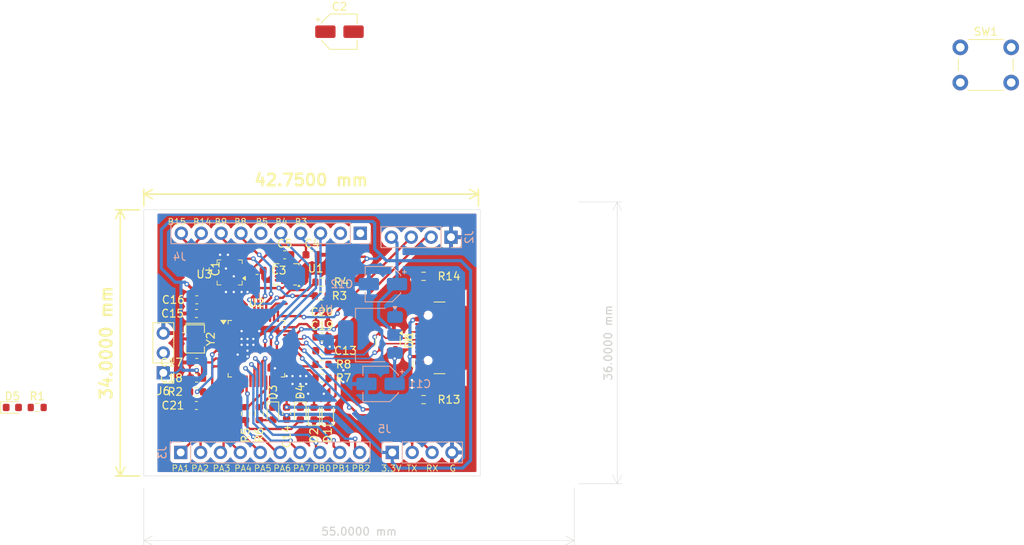
<source format=kicad_pcb>
(kicad_pcb (version 20240108) (generator "pcbnew") (generator_version "8.0")
  (layers (0 "F.Cu" signal) (31 "B.Cu" signal) (34 "B.Paste" user) (35 "F.Paste" user) (36 "B.SilkS" user "B.Silkscreen") (37 "F.SilkS" user "F.Silkscreen") (38 "B.Mask" user) (39 "F.Mask" user) (44 "Edge.Cuts" user))
  (net 0 "")
  (net 1 "Net-(U3-SETC)")
  (net 2 "Net-(U3-SETP)")
  (net 3 "Net-(U3-C1)")
  (net 4 "GND")
  (net 5 "+3.3V")
  (net 6 "+5V")
  (net 7 "/NRST")
  (net 8 "Net-(D1-A)")
  (net 9 "Net-(D2-A)")
  (net 10 "Net-(D3-A)")
  (net 11 "Net-(D4-A)")
  (net 12 "Net-(D5-A)")
  (net 13 "/SWLCK")
  (net 14 "/SWDIO")
  (net 15 "/PA6")
  (net 16 "/PA7")
  (net 17 "/PA5")
  (net 18 "/PA2")
  (net 20 "/PA4")
  (net 21 "/PA3")
  (net 22 "/PA8")
  (net 23 "/PA1")
  (net 25 "/PB14")
  (net 26 "/PB0")
  (net 27 "/PB15")
  (net 28 "/PB4")
  (net 29 "/PB5")
  (net 30 "/PB9")
  (net 31 "/PB2")
  (net 32 "/PB1")
  (net 33 "/PB3")
  (net 34 "/PB8")
  (net 35 "/USART1_RX")
  (net 36 "/USART1_TX")
  (net 37 "Net-(J6-Pin_2)")
  (net 38 "/SCL")
  (net 39 "/SDA")
  (net 40 "Net-(U2-PB10)")
  (net 41 "Net-(U2-PB11)")
  (net 42 "Net-(U2-PB12)")
  (net 43 "Net-(U2-PB13)")
  (net 44 "/PA11")
  (net 45 "/PA12")
  (net 46 "Net-(J1-CC1)")
  (net 47 "Net-(J1-CC2)")
  (net 56 "Net-(U2-PF0)")
  (net 57 "Net-(U2-PF1)")
  (net 61 "/PA15")
  (footprint "LED_SMD:LED_0603_1608Metric" (layer "F.Cu") (at 88.2125 86.25)
    (property "Reference" "D5")
    (property "Value" "RED")
  )
  (footprint "Resistor_SMD:R_0603_1608Metric" (layer "F.Cu") (at 91.3875 86.25)
    (property "Reference" "R1")
    (property "Value" "5k1")
  )
  (footprint "Resistor_SMD:R_0603_1608Metric" (layer "F.Cu") (at 127.775 82.5)
    (property "Reference" "R7")
    (property "Value" "5k1")
  )
  (footprint "Capacitor_SMD:C_0603_1608Metric" (layer "F.Cu") (at 127.775 75.5)
    (property "Reference" "C20")
    (property "Value" "4.7uf")
  )
  (footprint "Capacitor_SMD:C_0603_1608Metric" (layer "F.Cu") (at 126.5 66.75)
    (property "Reference" "C4")
    (property "Value" "0.1uf")
  )
  (footprint "Capacitor_SMD:CP_Elec_4x4.5" (layer "F.Cu") (at 130 38.25)
    (property "Reference" "C2")
    (property "Value" "4.7uF")
  )
  (footprint "Resistor_SMD:R_0603_1608Metric" (layer "F.Cu") (at 140.745 69.5)
    (property "Reference" "R14")
    (property "Value" "5.1k")
  )
  (footprint "Capacitor_SMD:C_0603_1608Metric" (layer "F.Cu") (at 111.75 82.5 180)
    (property "Reference" "C18")
    (property "Value" "1uf")
  )
  (footprint "Resistor_SMD:R_0603_1608Metric" (layer "F.Cu") (at 127.775 80.75)
    (property "Reference" "R8")
    (property "Value" "5k1")
  )
  (footprint "Resistor_SMD:R_0603_1608Metric" (layer "F.Cu") (at 118 87.0375 -90)
    (property "Reference" "R5")
    (property "Value" "5k1")
  )
  (footprint "Resistor_SMD:R_0603_1608Metric" (layer "F.Cu") (at 140.745 85.25)
    (property "Reference" "R13")
    (property "Value" "5.1k")
  )
  (footprint "Capacitor_SMD:C_0603_1608Metric" (layer "F.Cu") (at 111.725 86 180)
    (property "Reference" "C21")
    (property "Value" "1uf")
  )
  (footprint "Package_QFP:LQFP-48_7x7mm_P0.5mm" (layer "F.Cu") (at 119.3875 78.75)
    (property "Reference" "U2")
    (property "Value" "STM32F072C8Tx")
  )
  (footprint "Capacitor_SMD:C_0603_1608Metric" (layer "F.Cu") (at 111.725 74.25 180)
    (property "Reference" "C15")
    (property "Value" "0.1uf")
  )
  (footprint "Package_LGA:LGA-14_3x2.5mm_P0.5mm_LayoutBorder3x4y" (layer "F.Cu") (at 123.2125 69.25 180)
    (property "Reference" "U1")
    (property "Value" "LSM6DS3")
  )
  (footprint "Package_TO_SOT_SMD:SOT-143" (layer "F.Cu") (at 136.195 77.75 -90)
    (property "Reference" "D6")
    (property "Value" "PRTR5V0U2X")
  )
  (footprint "Connector_USB:USB_C_Receptacle_GCT_USB4110" (layer "F.Cu") (at 143.925 77.36 90)
    (property "Reference" "J1")
    (property "Value" "USB_C_Receptacle_USB2.0_16P")
  )
  (footprint "Capacitor_SMD:C_0603_1608Metric" (layer "F.Cu") (at 127.75 79)
    (property "Reference" "C13")
    (property "Value" "0.1uf")
  )
  (footprint "LED_SMD:LED_0603_1608Metric" (layer "F.Cu") (at 121.5 87.0375 -90)
    (property "Reference" "D3")
    (property "Value" "LED")
  )
  (footprint "Resistor_SMD:R_0603_1608Metric" (layer "F.Cu") (at 127.675 72)
    (property "Reference" "R3")
    (property "Value" "10K")
  )
  (footprint "Capacitor_SMD:C_0402_1005Metric" (layer "F.Cu") (at 113 68.52 -90)
    (property "Reference" "C1")
    (property "Value" "0.22uF")
  )
  (footprint "Capacitor_SMD:C_0603_1608Metric" (layer "F.Cu") (at 119.475 68.75)
    (property "Reference" "C3")
    (property "Value" "0.1uf")
  )
  (footprint "Resistor_SMD:R_0603_1608Metric" (layer "F.Cu") (at 127.75 70.25)
    (property "Reference" "R4")
    (property "Value" "10K")
  )
  (footprint "Connector_PinHeader_2.54mm:PinHeader_1x03_P2.54mm_Vertical" (layer "F.Cu") (at 107.5 81.83 180)
    (property "Reference" "J6")
    (property "Value" "DFU")
  )
  (footprint "Capacitor_SMD:C_0603_1608Metric" (layer "F.Cu") (at 111.775 80.5 180)
    (property "Reference" "C17")
    (property "Value" "10nf")
  )
  (footprint "Package_LGA:LGA-16_3x3mm_P0.5mm" (layer "F.Cu") (at 115.975 69 180)
    (property "Reference" "U3")
    (property "Value" "HMC5883L")
  )
  (footprint "Capacitor_SMD:C_0603_1608Metric" (layer "F.Cu") (at 123.25 87 -90)
    (property "Reference" "C14")
    (property "Value" "0.1uf")
  )
  (footprint "Capacitor_SMD:C_0603_1608Metric" (layer "F.Cu") (at 127.775 77.25)
    (property "Reference" "C19")
    (property "Value" "0.1uf")
  )
  (footprint "Capacitor_SMD:C_0603_1608Metric" (layer "F.Cu") (at 111.775 72.5 180)
    (property "Reference" "C16")
    (property "Value" "4.7uf")
  )
  (footprint "Resistor_SMD:R_0603_1608Metric" (layer "F.Cu") (at 119.75 87.0375 -90)
    (property "Reference" "R6")
    (property "Value" "5k1")
  )
  (footprint "LED_SMD:LED_0603_1608Metric" (layer "F.Cu") (at 126.75 87.0375 90)
    (property "Reference" "D2")
    (property "Value" "LED")
  )
  (footprint "Crystal:Resonator_SMD_Murata_CSTxExxV-3Pin_3.0x1.1mm" (layer "F.Cu") (at 111.55 77.5 -90)
    (property "Reference" "Y2")
    (property "Value" "8MhZ")
  )
  (footprint "LED_SMD:LED_0603_1608Metric" (layer "F.Cu") (at 128.5 87.0375 90)
    (property "Reference" "D1")
    (property "Value" "LED")
  )
  (footprint "Capacitor_SMD:C_0603_1608Metric" (layer "F.Cu") (at 123 66.75)
    (property "Reference" "C5")
    (property "Value" "0.1uf")
  )
  (footprint "Resistor_SMD:R_0603_1608Metric" (layer "F.Cu") (at 111.75 84.25 180)
    (property "Reference" "R2")
    (property "Value" "5k1")
  )
  (footprint "LED_SMD:LED_0603_1608Metric" (layer "F.Cu") (at 125 87.0375 -90)
    (property "Reference" "D4")
    (property "Value" "LED")
  )
  (footprint "Button_Switch_THT:SW_PUSH_6mm" (layer "F.Cu") (at 209.31 40.25)
    (property "Reference" "SW1")
    (property "Value" "SW_MEC_5E")
  )
  (footprint "Connector_PinHeader_2.54mm:PinHeader_1x04_P2.54mm_Vertical" (layer "B.Cu") (at 136.75 92 -90)
    (property "Reference" "J5")
    (property "Value" "USART1")
  )
  (footprint "Package_TO_SOT_SMD:SOT-223" (layer "B.Cu") (at 133.95 77 180)
    (property "Reference" "U4")
    (property "Value" "TLV1117-33IDCYR")
  )
  (footprint "Connector_PinHeader_2.54mm:PinHeader_1x10_P2.54mm_Vertical" (layer "B.Cu") (at 109.72 92 -90)
    (property "Reference" "J3")
    (property "Value" "PIN_HEADER1")
  )
  (footprint "Capacitor_SMD:CP_Elec_4x5.4" (layer "B.Cu") (at 135.55 70.5 180)
    (property "Reference" "C12")
    (property "Value" "22uF,50v")
  )
  (footprint "Capacitor_SMD:CP_Elec_4x5.4" (layer "B.Cu") (at 135.25 83.25 180)
    (property "Reference" "C11")
    (property "Value" "10uF,50v")
  )
  (footprint "Connector_PinHeader_2.54mm:PinHeader_1x10_P2.54mm_Vertical" (layer "B.Cu") (at 132.66 64 90)
    (property "Reference" "J4")
    (property "Value" "PIN_HEADER2")
  )
  (footprint "Connector_PinHeader_2.54mm:PinHeader_1x04_P2.54mm_Vertical" (layer "B.Cu") (at 144.25 64.5 90)
    (property "Reference" "J2")
    (property "Value" "DEBUGGER")
  )
  (gr_line (start 115.25 79.5) (end 117 79.5) (stroke (width 0.2)) (layer "F.Cu") (net 4))
  (gr_line (start 148 95) (end 148 61) (stroke (width 0.05)) (layer "Edge.Cuts"))
  (gr_line (start 105 95) (end 148 95) (stroke (width 0.05)) (layer "Edge.Cuts"))
  (gr_line (start 148 61) (end 105 61) (stroke (width 0.05)) (layer "Edge.Cuts"))
  (gr_line (start 105 61) (end 105 95) (stroke (width 0.05)) (layer "Edge.Cuts"))
  (gr_text "G\n" (at 144 94.5 0) (layer "F.SilkS") (effects (font (size 0.8 0.8) (thickness 0.1)) (justify left bottom)))
  (gr_text "PA2" (at 111 94.5 0) (layer "F.SilkS") (effects (font (size 0.8 0.8) (thickness 0.1)) (justify left bottom)))
  (gr_text "B8\n" (at 116.5 63 0) (layer "F.SilkS") (effects (font (size 0.8 0.8) (thickness 0.1)) (justify left bottom)))
  (gr_text "PA5" (at 119 94.5 0) (layer "F.SilkS") (effects (font (size 0.8 0.8) (thickness 0.1)) (justify left bottom)))
  (gr_text "PA4" (at 116.5 94.5 0) (layer "F.SilkS") (effects (font (size 0.8 0.8) (thickness 0.1)) (justify left bottom)))
  (gr_text "RX" (at 141 94.5 0) (layer "F.SilkS") (effects (font (size 0.8 0.8) (thickness 0.1)) (justify left bottom)))
  (gr_text "B14\n" (at 111.25 63 0) (layer "F.SilkS") (effects (font (size 0.8 0.8) (thickness 0.1)) (justify left bottom)))
  (gr_text "TX" (at 138.5 94.5 0) (layer "F.SilkS") (effects (font (size 0.8 0.8) (thickness 0.1)) (justify left bottom)))
  (gr_text "B9\n" (at 114 63 0) (layer "F.SilkS") (effects (font (size 0.8 0.8) (thickness 0.1)) (justify left bottom)))
  (gr_text "PA3" (at 113.75 94.5 0) (layer "F.SilkS") (effects (font (size 0.8 0.8) (thickness 0.1)) (justify left bottom)))
  (gr_text "B3\n" (at 124.25 63 0) (layer "F.SilkS") (effects (font (size 0.8 0.8) (thickness 0.1)) (justify left bottom)))
  (gr_text "B15\n" (at 108 63 0) (layer "F.SilkS") (effects (font (size 0.8 0.8) (thickness 0.1)) (justify left bottom)))
  (gr_text "PB0\n" (at 126.5 94.5 0) (layer "F.SilkS") (effects (font (size 0.8 0.8) (thickness 0.1)) (justify left bottom)))
  (gr_text "PA7" (at 124 94.5 0) (layer "F.SilkS") (effects (font (size 0.8 0.8) (thickness 0.1)) (justify left bottom)))
  (gr_text "B4\n" (at 121.75 63 0) (layer "F.SilkS") (effects (font (size 0.8 0.8) (thickness 0.1)) (justify left bottom)))
  (gr_text "PA1" (at 108.5 94.5 0) (layer "F.SilkS") (effects (font (size 0.8 0.8) (thickness 0.1)) (justify left bottom)))
  (gr_text "PB1" (at 129 94.5 0) (layer "F.SilkS") (effects (font (size 0.8 0.8) (thickness 0.1)) (justify left bottom)))
  (gr_text "PB2" (at 131.5 94.5 0) (layer "F.SilkS") (effects (font (size 0.8 0.8) (thickness 0.1)) (justify left bottom)))
  (gr_text "3.3V" (at 135.25 94.5 0) (layer "F.SilkS") (effects (font (size 0.8 0.8) (thickness 0.1)) (justify left bottom)))
  (gr_text "B5\n" (at 119.25 63 0) (layer "F.SilkS") (effects (font (size 0.8 0.8) (thickness 0.1)) (justify left bottom)))
  (gr_text "PA6\n" (at 121.5 94.5 0) (layer "F.SilkS") (effects (font (size 0.8 0.8) (thickness 0.1)) (justify left bottom)))
  (dimension (type aligned) (layer "F.SilkS") (pts (xy 105 61) (xy 105 95)) (height 3) (gr_text "34.0000 mm" (at 100.2 78 90) (layer "F.SilkS") (effects (font (size 1.5 1.5) (thickness 0.3)))) (format (prefix "") (suffix "") (units 3) (units_format 1) (precision 4)) (style (thickness 0.2) (arrow_length 1.27) (text_position_mode 0) (extension_height 0.58642) (extension_offset 0.5) keep_text_aligned))
  (dimension (type aligned) (layer "F.SilkS") (pts (xy 105 61) (xy 147.75 61)) (height -2) (gr_text "42.7500 mm" (at 126.375 57.2 0) (layer "F.SilkS") (effects (font (size 1.5 1.5) (thickness 0.3)))) (format (prefix "") (suffix "") (units 3) (units_format 1) (precision 4)) (style (thickness 0.2) (arrow_length 1.27) (text_position_mode 0) (extension_height 0.58642) (extension_offset 0.5) keep_text_aligned))
  (dimension (type aligned) (layer "Edge.Cuts") (pts (xy 160 96) (xy 160 60)) (height 5.480346) (gr_text "36.0000 mm" (at 164.330346 78 90) (layer "Edge.Cuts") (effects (font (size 1 1) (thickness 0.15)))) (format (prefix "") (suffix "") (units 3) (units_format 1) (precision 4)) (style (thickness 0.05) (arrow_length 1.27) (text_position_mode 0) (extension_height 0.58642) (extension_offset 0.5) keep_text_aligned))
  (dimension (type aligned) (layer "Edge.Cuts") (pts (xy 105 96) (xy 160 96)) (height 7.25) (gr_text "55.0000 mm" (at 132.5 102.1 0) (layer "Edge.Cuts") (effects (font (size 1 1) (thickness 0.15)))) (format (prefix "") (suffix "") (units 3) (units_format 1) (precision 4)) (style (thickness 0.05) (arrow_length 1.27) (text_position_mode 0) (extension_height 0.58642) (extension_offset 0.5) keep_text_aligned))
  (segment (start 140.245 80.56) (end 140.245 81.895) (width 0.4) (layer "F.Cu") (net 4))
  (segment (start 114.7 68.25) (end 115.25 68.25) (width 0.2) (layer "F.Cu") (net 4))
  (segment (start 121.5 86.25) (end 121.5 85.25) (width 0.3) (layer "F.Cu") (net 4))
  (segment (start 121.6375 82.9125) (end 121.6375 81.3625) (width 0.3) (layer "F.Cu") (net 4))
  (segment (start 123.55 76.5) (end 119.75 76.5) (width 0.3) (layer "F.Cu") (net 4))
  (segment (start 121.5 85.25) (end 122 84.75) (width 0.3) (layer "F.Cu") (net 4))
  (segment (start 121.75 81.25) (end 121.6375 81.3625) (width 0.3) (layer "F.Cu") (net 4))
  (segment (start 114.7 69.25) (end 115.175 69.25) (width 0.2) (layer "F.Cu") (net 4))
  (segment (start 123.2125 67.3375) (end 123.8 66.75) (width 0.2) (layer "F.Cu") (net 4))
  (segment (start 140.245 81.895) (end 140.82 82.47) (width 0.4) (layer "F.Cu") (net 4))
  (segment (start 115.5 68.925) (end 115.5 68.5) (width 0.2) (layer "F.Cu") (net 4))
  (segment (start 115.175 69.25) (end 115.5 68.925) (width 0.2) (layer "F.Cu") (net 4))
  (segment (start 115.25 68.25) (end 115.5 68.5) (width 0.2) (layer "F.Cu") (net 4))
  (segment (start 125 86.25) (end 125 84.75) (width 0.3) (layer "F.Cu") (net 4))
  (segment (start 123.2125 68.3375) (end 123.2125 67.3375) (width 0.2) (layer "F.Cu") (net 4))
  (segment (start 117.1375 74.5875) (end 117.1375 76.1375) (width 0.3) (layer "F.Cu") (net 4))
  (segment (start 117.1375 76.1375) (end 117.5 76.5) (width 0.3) (layer "F.Cu") (net 4))
  (via (at 116.5 71.5) (size 0.6) (drill 0.3) (layers "F.Cu" "B.Cu") (net 4))
  (via (at 117.5 78.25) (size 0.6) (drill 0.3) (layers "F.Cu" "B.Cu") (net 4))
  (via (at 117.5 71.5) (size 0.6) (drill 0.3) (layers "F.Cu" "B.Cu") (net 4))
  (via (at 130.5 83) (size 0.6) (drill 0.3) (layers "F.Cu" "B.Cu") (net 4))
  (via (at 139.25 82.75) (size 0.6) (drill 0.3) (layers "F.Cu" "B.Cu") (net 4))
  (via (at 125.75 82.25) (size 0.6) (drill 0.3) (layers "F.Cu" "B.Cu") (net 4))
  (via (at 118.25 79.75) (size 0.6) (drill 0.3) (layers "F.Cu" "B.Cu") (net 4))
  (via (at 124 83.25) (size 0.6) (drill 0.3) (layers "F.Cu" "B.Cu") (net 4))
  (via (at 125 83.25) (size 0.6) (drill 0.3) (layers "F.Cu" "B.Cu") (net 4))
  (via (at 115.75 66.75) (size 0.6) (drill 0.3) (layers "F.Cu" "B.Cu") (net 4))
  (via (at 130.5 81.5) (size 0.6) (drill 0.3) (layers "F.Cu" "B.Cu") (net 4))
  (via (at 139.25 83.75) (size 0.6) (drill 0.3) (layers "F.Cu" "B.Cu") (net 4))
  (via (at 128 84.5) (size 0.6) (drill 0.3) (layers "F.Cu" "B.Cu") (net 4))
  (via (at 125 84.75) (size 0.6) (drill 0.3) (layers "F.Cu" "B.Cu") (net 4))
  (via (at 118.25 78.25) (size 0.6) (drill 0.3) (layers "F.Cu" "B.Cu") (net 4))
  (via (at 115.5 68.5) (size 0.6) (drill 0.3) (layers "F.Cu" "B.Cu") (net 4))
  (via (at 118.25 79) (size 0.6) (drill 0.3) (layers "F.Cu" "B.Cu") (net 4))
  (via (at 124 82.25) (size 0.6) (drill 0.3) (layers "F.Cu" "B.Cu") (net 4))
  (via (at 119 77.5) (size 0.6) (drill 0.3) (layers "F.Cu" "B.Cu") (net 4))
  (via (at 125.75 83.25) (size 0.6) (drill 0.3) (layers "F.Cu" "B.Cu") (net 4))
  (via (at 117.5 77.5) (size 0.6) (drill 0.3) (layers "F.Cu" "B.Cu") (net 4))
  (via (at 128.75 78.5) (size 0.6) (drill 0.3) (layers "F.Cu" "B.Cu") (net 4))
  (via (at 115.5 71.5) (size 0.6) (drill 0.3) (layers "F.Cu" "B.Cu") (net 4))
  (via (at 117.5 76.5) (size 0.6) (drill 0.3) (layers "F.Cu" "B.Cu") (net 4))
  (via (at 114.75 66.75) (size 0.6) (drill 0.3) (layers "F.Cu" "B.Cu") (net 4))
  (via (at 118.25 71.5) (size 0.6) (drill 0.3) (layers "F.Cu" "B.Cu") (net 4))
  (via (at 117 79.5) (size 0.6) (drill 0.3) (layers "F.Cu" "B.Cu") (net 4))
  (via (at 118.25 77.5) (size 0.6) (drill 0.3) (layers "F.Cu" "B.Cu") (net 4))
  (via (at 125 82.25) (size 0.6) (drill 0.3) (layers "F.Cu" "B.Cu") (net 4))
  (via (at 126 84.5) (size 0.6) (drill 0.3) (layers "F.Cu" "B.Cu") (net 4))
  (via (at 119.75 76.5) (size 0.6) (drill 0.3) (layers "F.Cu" "B.Cu") (net 4))
  (via (at 121.75 81.25) (size 0.6) (drill 0.3) (layers "F.Cu" "B.Cu") (net 4))
  (via (at 122 84.75) (size 0.6) (drill 0.3) (layers "F.Cu" "B.Cu") (net 4))
  (via (at 123.25 87.25) (size 0.6) (drill 0.3) (layers "F.Cu" "B.Cu") (net 4))
  (via (at 119 78.25) (size 0.6) (drill 0.3) (layers "F.Cu" "B.Cu") (net 4))
  (via (at 127.75 78) (size 0.6) (drill 0.3) (layers "F.Cu" "B.Cu") (net 4))
  (via (at 123.25 82.25) (size 0.6) (drill 0.3) (layers "F.Cu" "B.Cu") (net 4))
  (via (at 116.5 69.5) (size 0.6) (drill 0.3) (layers "F.Cu" "B.Cu") (net 4))
  (segment (start 125.725 65.725) (end 125.725 66.75) (width 0.3) (layer "F.Cu") (net 5))
  (segment (start 133.25 67) (end 132.25 67) (width 0.3) (layer "F.Cu") (net 5))
  (segment (start 123.7125 68.299568) (end 124.262068 67.75) (width 0.2) (layer "F.Cu") (net 5))
  (segment (start 133.5 67.25) (end 133.25 67) (width 0.3) (layer "F.Cu") (net 5))
  (segment (start 115.225 69.8) (end 116.775 68.25) (width 0.2) (layer "F.Cu") (net 5))
  (segment (start 122.05 68.5) (end 122.05 66.95) (width 0.2) (layer "F.Cu") (net 5))
  (segment (start 115.225 80) (end 114.169239 80) (width 0.3) (layer "F.Cu") (net 5))
  (segment (start 127 77.25) (end 127 76.775) (width 0.3) (layer "F.Cu") (net 5))
  (segment (start 110.5 70.5) (end 110.55 70.5) (width 0.4) (layer "F.Cu") (net 5))
  (segment (start 128.575 71.925) (end 128.5 72) (width 0.3) (layer "F.Cu") (net 5))
  (segment (start 128.575 70.25) (end 128.575 71.925) (width 0.3) (layer "F.Cu") (net 5))
  (segment (start 112.5 82.5) (end 112.5 80.8) (width 0.4) (layer "F.Cu") (net 5))
  (segment (start 120.75 66.7) (end 120.75 66.25) (width 0.3) (layer "F.Cu") (net 5))
  (segment (start 130.75 65.5) (end 125.5 65.5) (width 0.3) (layer "F.Cu") (net 5))
  (segment (start 118.45 68.25) (end 118.7 68.5) (width 0.3) (layer "F.Cu") (net 5))
  (segment (start 130.5 70.25) (end 133.5 67.25) (width 0.3) (layer "F.Cu") (net 5))
  (segment (start 121.5 65.5) (end 120.75 66.25) (width 0.3) (layer "F.Cu") (net 5))
  (segment (start 124.871381 75.6) (end 124.471381 76) (width 0.3) (layer "F.Cu") (net 5))
  (segment (start 127 75.5) (end 127 77.25) (width 0.3) (layer "F.Cu") (net 5))
  (segment (start 112.5 74.25) (end 116.3 74.25) (width 0.3) (layer "F.Cu") (net 5))
  (segment (start 118.7 68.75) (end 120.75 66.7) (width 0.3) (layer "F.Cu") (net 5))
  (segment (start 112.5 80.8) (end 112.55 80.75) (width 0.4) (layer "F.Cu") (net 5))
  (segment (start 111.753154 81.502936) (end 111.753154 81.753154) (width 0.4) (layer "F.Cu") (net 5))
  (segment (start 127 76.775) (end 125.825 75.6) (width 0.3) (layer "F.Cu") (net 5))
  (segment (start 128.575 70.25) (end 130.5 70.25) (width 0.3) (layer "F.Cu") (net 5))
  (segment (start 121.2 66.7) (end 121.25 66.75) (width 0.3) (layer "F.Cu") (net 5))
  (segment (start 114.169239 80) (end 113.669239 80.5) (width 0.3) (layer "F.Cu") (net 5))
  (segment (start 124.725 67.75) (end 125.725 66.75) (width 0.2) (layer "F.Cu") (net 5))
  (segment (start 124.471381 76) (end 123.55 76) (width 0.3) (layer "F.Cu") (net 5))
  (segment (start 125.5 65.5) (end 125.725 65.725) (width 0.3) (layer "F.Cu") (net 5))
  (segment (start 112.5 74.25) (end 112.5 72.55) (width 0.3) (layer "F.Cu") (net 5))
  (segment (start 116.3 74.25) (end 116.6375 74.5875) (width 0.3) (layer "F.Cu") (net 5))
  (segment (start 123.25 86.225) (end 123.25 84.025) (width 0.3) (layer "F.Cu") (net 5))
  (segment (start 110.55 70.5) (end 112.55 72.5) (width 0.4) (layer "F.Cu") (net 5))
  (segment (start 127 74.25) (end 128.5 72.75) (width 0.3) (layer "F.Cu") (net 5))
  (segment (start 128.5 72.75) (end 128.5 72) (width 0.3) (layer "F.Cu") (net 5))
  (segment (start 117.25 69.25) (end 118.2 69.25) (width 0.3) (layer "F.Cu") (net 5))
  (segment (start 118.2 69.25) (end 118.7 68.75) (width 0.3) (layer "F.Cu") (net 5))
  (segment (start 127 75.5) (end 127 74.25) (width 0.3) (layer "F.Cu") (net 5))
  (segment (start 125.5 65.5) (end 121.5 65.5) (width 0.3) (layer "F.Cu") (net 5))
  (segment (start 123.25 84.025) (end 122.1375 82.9125) (width 0.3) (layer "F.Cu") (net 5))
  (segment (start 111.753154 81.753154) (end 112.5 82.5) (width 0.4) (layer "F.Cu") (net 5))
  (segment (start 122.05 66.95) (end 122.25 66.75) (width 0.2) (layer "F.Cu") (net 5))
  (segment (start 120.75 66.7) (end 121.2 66.7) (width 0.3) (layer "F.Cu") (net 5))
  (segment (start 125.825 75.6) (end 124.871381 75.6) (width 0.3) (layer "F.Cu") (net 5))
  (segment (start 132.25 67) (end 130.75 65.5) (width 0.3) (layer "F.Cu") (net 5))
  (segment (start 113.669239 80.5) (end 112.55 80.5) (width 0.3) (layer "F.Cu") (net 5))
  (segment (start 124.262068 67.75) (end 124.725 67.75) (width 0.2) (layer "F.Cu") (net 5))
  (segment (start 116.775 68.25) (end 117.25 68.25) (width 0.2) (layer "F.Cu") (net 5))
  (segment (start 112.5 72.55) (end 112.55 72.5) (width 0.3) (layer "F.Cu") (net 5))
  (segment (start 123.7125 68.3375) (end 123.7125 68.299568) (width 0.2) (layer "F.Cu") (net 5))
  (segment (start 115.225 70.275) (end 115.225 69.8) (width 0.2) (layer "F.Cu") (net 5))
  (segment (start 117.25 68.25) (end 118.45 68.25) (width 0.3) (layer "F.Cu") (net 5))
  (segment (start 121.25 66.75) (end 122.225 66.75) (width 0.3) (layer "F.Cu") (net 5))
  (via (at 111.753154 81.502936) (size 0.6) (drill 0.3) (layers "F.Cu" "B.Cu") (net 5))
  (via (at 133.5 67.25) (size 0.6) (drill 0.3) (layers "F.Cu" "B.Cu") (net 5))
  (via (at 123.25 86.225) (size 0.6) (drill 0.3) (layers "F.Cu" "B.Cu") (net 5))
  (via (at 110.5 70.5) (size 0.6) (drill 0.3) (layers "F.Cu" "B.Cu") (net 5))
  (segment (start 135.25 66.75) (end 134.5 66) (width 0.4) (layer "B.Cu") (net 5))
  (segment (start 135.5 92) (end 129.725 86.225) (width 0.4) (layer "B.Cu") (net 5))
  (segment (start 110 81.5) (end 111.750218 81.5) (width 0.4) (layer "B.Cu") (net 5))
  (segment (start 137.35 65.22) (end 136.63 64.5) (width 0.4) (layer "B.Cu") (net 5))
  (segment (start 107.5 81.83) (end 109.17 81.83) (width 0.3) (layer "B.Cu") (net 5))
  (segment (start 137.1 77) (end 137.1 76.85) (width 0.4) (layer "B.Cu") (net 5))
  (segment (start 137.35 67.5) (end 137.35 65.22) (width 0.4) (layer "B.Cu") (net 5))
  (segment (start 134.75 67.25) (end 135.25 66.75) (width 0.3) (layer "B.Cu") (net 5))
  (segment (start 137.1 76.85) (end 135 74.75) (width 0.4) (layer "B.Cu") (net 5))
  (segment (start 135 74.75) (end 135 72.85) (width 0.4) (layer "B.Cu") (net 5))
  (segment (start 133.5 67.25) (end 134.75 67.25) (width 0.3) (layer "B.Cu") (net 5))
  (segment (start 109.75 81.25) (end 110 81.5) (width 0.4) (layer "B.Cu") (net 5))
  (segment (start 107.25 68.5) (end 109 70.25) (width 0.4) (layer "B.Cu") (net 5))
  (segment (start 108.25 62.5) (end 107.25 63.5) (width 0.4) (layer "B.Cu") (net 5))
  (segment (start 107.25 63.5) (end 107.25 68.5) (width 0.4) (layer "B.Cu") (net 5))
  (segment (start 145.5 67.5) (end 146.75 68.75) (width 0.4) (layer "B.Cu") (net 5))
  (segment (start 109 70.25) (end 109.75 70.25) (width 0.4) (layer "B.Cu") (net 5))
  (segment (start 146.75 93) (end 145.75 94) (width 0.4) (layer "B.Cu") (net 5))
  (segment (start 110.25 70.25) (end 110.5 70.5) (width 0.4) (layer "B.Cu") (net 5))
  (segment (start 134.5 62.75) (end 134.25 62.5) (width 0.4) (layer "B.Cu") (net 5))
  (segment (start 137.35 70.5) (end 137.35 67.5) (width 0.4) (layer "B.Cu") (net 5))
  (segment (start 134.25 62.5) (end 108.25 62.5) (width 0.4) (layer "B.Cu") (net 5))
  (segment (start 109.75 70.25) (end 110.25 70.25) (width 0.4) (layer "B.Cu") (net 5))
  (segment (start 145.75 94) (end 137.5 94) (width 0.4) (layer "B.Cu") (net 5))
  (segment (start 136.75 93.25) (end 136.75 92) (width 0.4) (layer "B.Cu") (net 5))
  (segment (start 146.75 68.75) (end 146.75 93) (width 0.4) (layer "B.Cu") (net 5))
  (segment (start 129.725 86.225) (end 123.25 86.225) (width 0.4) (layer "B.Cu") (net 5))
  (segment (start 109.17 81.83) (end 109.75 81.25) (width 0.3) (layer "B.Cu") (net 5))
  (segment (start 134.5 66) (end 134.5 62.75) (width 0.4) (layer "B.Cu") (net 5))
  (segment (start 137.35 67.5) (end 136 67.5) (width 0.4) (layer "B.Cu") (net 5))
  (segment (start 137.35 67.5) (end 145.5 67.5) (width 0.4) (layer "B.Cu") (net 5))
  (segment (start 111.750218 81.5) (end 111.753154 81.502936) (width 0.4) (layer "B.Cu") (net 5))
  (segment (start 136.75 92) (end 135.5 92) (width 0.4) (layer "B.Cu") (net 5))
  (segment (start 136 67.5) (end 135.25 66.75) (width 0.4) (layer "B.Cu") (net 5))
  (segment (start 135 72.85) (end 137.35 70.5) (width 0.4) (layer "B.Cu") (net 5))
  (segment (start 137.5 94) (end 136.75 93.25) (width 0.4) (layer "B.Cu") (net 5))
  (segment (start 109.75 70.25) (end 109.75 81.25) (width 0.4) (layer "B.Cu") (net 5))
  (segment (start 139 79.75) (end 140.235 79.75) (width 0.4) (layer "F.Cu") (net 6))
  (segment (start 137.145 79.905) (end 137.05 80) (width 0.4) (layer "F.Cu") (net 6))
  (segment (start 140.235 79.75) (end 140.245 79.76) (width 0.4) (layer "F.Cu") (net 6))
  (segment (start 137.145 78.75) (end 137.145 79.905) (width 0.4) (layer "F.Cu") (net 6))
  (segment (start 139.359746 75.106336) (end 139.506082 74.96) (width 0.4) (layer "F.Cu") (net 6))
  (segment (start 139.506082 74.96) (end 140.245 74.96) (width 0.4) (layer "F.Cu") (net 6))
  (via (at 139.359746 75.106336) (size 0.6) (drill 0.3) (layers "F.Cu" "B.Cu") (net 6))
  (via (at 139 79.75) (size 0.6) (drill 0.3) (layers "F.Cu" "B.Cu") (net 6))
  (via (at 137.05 80) (size 0.6) (drill 0.3) (layers "F.Cu" "B.Cu") (net 6))
  (segment (start 139 79.75) (end 139 81.3) (width 0.4) (layer "B.Cu") (net 6))
  (segment (start 137.05 80) (end 137.05 79.35) (width 0.4) (layer "B.Cu") (net 6))
  (segment (start 139.359746 75.106336) (end 139 75.466082) (width 0.4) (layer "B.Cu") (net 6))
  (segment (start 137.05 83.25) (end 137.05 80) (width 0.4) (layer "B.Cu") (net 6))
  (segment (start 139 81.3) (end 137.05 83.25) (width 0.4) (layer "B.Cu") (net 6))
  (segment (start 139 75.466082) (end 139 79.75) (width 0.4) (layer "B.Cu") (net 6))
  (segment (start 137.05 79.35) (end 137.1 79.3) (width 0.4) (layer "B.Cu") (net 6))
  (segment (start 114.25 79) (end 113.75 79.5) (width 0.3) (layer "F.Cu") (net 7))
  (segment (start 115.225 79) (end 114.25 79) (width 0.3) (layer "F.Cu") (net 7))
  (segment (start 111.825 84.25) (end 112.575 84.25) (width 0.3) (layer "F.Cu") (net 7))
  (via (at 111.825 84.25) (size 0.6) (drill 0.3) (layers "F.Cu" "B.Cu") (net 7))
  (via (at 113.75 79.5) (size 0.6) (drill 0.3) (layers "F.Cu" "B.Cu") (net 7))
  (segment (start 113.75 79.5) (end 113.75 82.325) (width 0.3) (layer "B.Cu") (net 7))
  (segment (start 113.75 82.325) (end 111.825 84.25) (width 0.3) (layer "B.Cu") (net 7))
  (segment (start 128.5 85.75) (end 128.5 86.25) (width 0.3) (layer "F.Cu") (net 8))
  (segment (start 129.5 81.25) (end 129.5 84.75) (width 0.3) (layer "F.Cu") (net 8))
  (segment (start 128.6 80.75) (end 129 80.75) (width 0.3) (layer "F.Cu") (net 8))
  (segment (start 129.5 84.75) (end 128.5 85.75) (width 0.3) (layer "F.Cu") (net 8))
  (segment (start 129 80.75) (end 129.5 81.25) (width 0.3) (layer "F.Cu") (net 8))
  (segment (start 128.6 82.5) (end 128.6 82.9) (width 0.3) (layer "F.Cu") (net 9))
  (segment (start 128.6 82.9) (end 126.75 84.75) (width 0.3) (layer "F.Cu") (net 9))
  (segment (start 126.75 84.75) (end 126.75 86.25) (width 0.3) (layer "F.Cu") (net 9))
  (segment (start 121.4625 87.8625) (end 121.5 87.825) (width 0.3) (layer "F.Cu") (net 10))
  (segment (start 119.75 87.8625) (end 121.4625 87.8625) (width 0.3) (layer "F.Cu") (net 10))
  (segment (start 118 87.8625) (end 118 88.5) (width 0.3) (layer "F.Cu") (net 11))
  (segment (start 123.825 89) (end 125 87.825) (width 0.3) (layer "F.Cu") (net 11))
  (segment (start 118.5 89) (end 123.825 89) (width 0.3) (layer "F.Cu") (net 11))
  (segment (start 118 88.5) (end 118.5 89) (width 0.3) (layer "F.Cu") (net 11))
  (segment (start 129.75 73.92) (end 139.17 64.5) (width 0.3) (layer "F.Cu") (net 13))
  (segment (start 122.1375 74.5875) (end 125.3375 74.5875) (width 0.3) (layer "F.Cu") (net 13))
  (segment (start 129.75 74.25) (end 129.75 73.92) (width 0.3) (layer "F.Cu") (net 13))
  (segment (start 125.3375 74.5875) (end 125.45962 74.70962) (width 0.3) (layer "F.Cu") (net 13))
  (via (at 129.75 74.25) (size 0.6) (drill 0.3) (layers "F.Cu" "B.Cu") (net 13))
  (via (at 125.45962 74.70962) (size 0.6) (drill 0.3) (layers "F.Cu" "B.Cu") (net 13))
  (segment (start 125.45962 74.70962) (end 129.29038 74.70962) (width 0.3) (layer "B.Cu") (net 13))
  (segment (start 129.29038 74.70962) (end 129.75 74.25) (width 0.3) (layer "B.Cu") (net 13))
  (segment (start 124.39062 77) (end 123.55 77) (width 0.3) (layer "F.Cu") (net 14))
  (segment (start 125.14062 76.25) (end 124.39062 77) (width 0.3) (layer "F.Cu") (net 14))
  (segment (start 141.71 64.5) (end 141.03154 64.5) (width 0.3) (layer "F.Cu") (net 14))
  (segment (start 141.03154 64.5) (end 129.26577 76.26577) (width 0.3) (layer "F.Cu") (net 14))
  (via (at 129.26577 76.26577) (size 0.6) (drill 0.3) (layers "F.Cu" "B.Cu") (net 14))
  (via (at 125.14062 76.25) (size 0.6) (drill 0.3) (layers "F.Cu" "B.Cu") (net 14))
  (segment (start 125.15639 76.26577) (end 129.26577 76.26577) (width 0.3) (layer "B.Cu") (net 14))
  (segment (start 125.14062 76.25) (end 125.15639 76.26577) (width 0.3) (layer "B.Cu") (net 14))
  (segment (start 118.1375 82.9125) (end 118.1375 84.3875) (width 0.3) (layer "F.Cu") (net 15))
  (segment (start 119 90) (end 120 90) (width 0.3) (layer "F.Cu") (net 15))
  (segment (start 122 92) (end 122.42 92) (width 0.3) (layer "F.Cu") (net 15))
  (segment (start 120 90) (end 122 92) (width 0.3) (layer "F.Cu") (net 15))
  (segment (start 118.1375 84.3875) (end 118.25 84.5) (width 0.3) (layer "F.Cu") (net 15))
  (via (at 118.25 84.5) (size 0.6) (drill 0.3) (layers "F.Cu" "B.Cu") (net 15))
  (via (at 119 90) (size 0.6) (drill 0.3) (layers "F.Cu" "B.Cu") (net 15))
  (segment (start 118.25 89.25) (end 118.25 84.5) (width 0.3) (layer "B.Cu") (net 15))
  (segment (start 119 90) (end 118.25 89.25) (width 0.3) (layer "B.Cu") (net 15))
  (segment (start 118.6375 82.9125) (end 118.6375 81.8875) (width 0.3) (layer "F.Cu") (net 16))
  (segment (start 118.6375 81.8875) (end 118 81.25) (width 0.3) (layer "F.Cu") (net 16))
  (segment (start 123.75 90.79) (end 124.96 92) (width 0.3) (layer "F.Cu") (net 16))
  (segment (start 123.75 90.5) (end 123.75 90.79) (width 0.3) (layer "F.Cu") (net 16))
  (via (at 118 81.25) (size 0.6) (drill 0.3) (layers "F.Cu" "B.Cu") (net 16))
  (via (at 123.75 90.5) (size 0.6) (drill 0.3) (layers "F.Cu" "B.Cu") (net 16))
  (segment (start 118 81.25) (end 119 82.25) (width 0.3) (layer "B.Cu") (net 16))
  (segment (start 119 88.25) (end 121.25 90.5) (width 0.3) (layer "B.Cu") (net 16))
  (segment (start 119 82.25) (end 119 88.25) (width 0.3) (layer "B.Cu") (net 16))
  (segment (start 121.25 90.5) (end 123.75 90.5) (width 0.3) (layer "B.Cu") (net 16))
  (segment (start 117.6375 82.9125) (end 117.6375 84.1125) (width 0.3) (layer "F.Cu") (net 17))
  (segment (start 116.75 85) (end 116.75 88.87) (width 0.3) (layer "F.Cu") (net 17))
  (segment (start 117.6375 84.1125) (end 116.75 85) (width 0.3) (layer "F.Cu") (net 17))
  (segment (start 116.75 88.87) (end 119.88 92) (width 0.3) (layer "F.Cu") (net 17))
  (segment (start 115.225 83.025) (end 115.225 81.5) (width 0.3) (layer "F.Cu") (net 18))
  (segment (start 114.4 83.85) (end 115.225 83.025) (width 0.3) (layer "F.Cu") (net 18))
  (segment (start 114.4 88.35) (end 114.4 83.85) (width 0.3) (layer "F.Cu") (net 18))
  (segment (start 112.26 90.49) (end 114.4 88.35) (width 0.3) (layer "F.Cu") (net 18))
  (segment (start 112.26 92) (end 112.26 90.49) (width 0.3) (layer "F.Cu") (net 18))
  (segment (start 117.1375 83.75312) (end 117.1375 82.9125) (width 0.3) (layer "F.Cu") (net 20))
  (segment (start 117.34 92) (end 116 90.66) (width 0.3) (layer "F.Cu") (net 20))
  (segment (start 116 90.66) (end 116 84.89062) (width 0.3) (layer "F.Cu") (net 20))
  (segment (start 116 84.89062) (end 117.1375 83.75312) (width 0.3) (layer "F.Cu") (net 20))
  (segment (start 115.2 91.6) (end 115.2 83.8) (width 0.3) (layer "F.Cu") (net 21))
  (segment (start 115.2 83.8) (end 116.0875 82.9125) (width 0.3) (layer "F.Cu") (net 21))
  (segment (start 114.8 92) (end 115.2 91.6) (width 0.3) (layer "F.Cu") (net 21))
  (segment (start 116.0875 82.9125) (end 116.6375 82.9125) (width 0.3) (layer "F.Cu") (net 21))
  (segment (start 122 78) (end 122 78.79062) (width 0.3) (layer "F.Cu") (net 22))
  (segment (start 122 78.79062) (end 122.70938 79.5) (width 0.3) (layer "F.Cu") (net 22))
  (segment (start 122.70938 79.5) (end 123.55 79.5) (width 0.3) (layer "F.Cu") (net 22))
  (via (at 122 78) (size 0.6) (drill 0.3) (layers "F.Cu" "B.Cu") (net 22))
  (segment (start 127.58 64.5) (end 127.58 71.67) (width 0.3) (layer "B.Cu") (net 22))
  (segment (start 122 77.25) (end 122 78) (width 0.3) (layer "B.Cu") (net 22))
  (segment (start 127.58 71.67) (end 123.75 75.5) (width 0.3) (layer "B.Cu") (net 22))
  (segment (start 123.75 75.5) (end 122 77.25) (width 0.3) (layer "B.Cu") (net 22))
  (segment (start 113.971095 81) (end 113.75 81.221095) (width 0.3) (layer "F.Cu") (net 23))
  (segment (start 113.75 87.97) (end 109.72 92) (width 0.3) (layer "F.Cu") (net 23))
  (segment (start 113.75 81.221095) (end 113.75 87.97) (width 0.3) (layer "F.Cu") (net 23))
  (segment (start 115.225 81) (end 113.971095 81) (width 0.3) (layer "F.Cu") (net 23))
  (segment (start 120.5 78.75) (end 120.5 77.75) (width 0.3) (layer "F.Cu") (net 25))
  (segment (start 123.55 80.5) (end 122.25 80.5) (width 0.3) (layer "F.Cu") (net 25))
  (segment (start 122.25 80.5) (end 120.5 78.75) (width 0.3) (layer "F.Cu") (net 25))
  (via (at 120.5 77.75) (size 0.6) (drill 0.3) (layers "F.Cu" "B.Cu") (net 25))
  (segment (start 126.25 70.75) (end 120.5 76.5) (width 0.3) (layer "B.Cu") (net 25))
  (segment (start 122.5 64.5) (end 126.25 68.25) (width 0.3) (layer "B.Cu") (net 25))
  (segment (start 126.25 68.25) (end 126.25 70.75) (width 0.3) (layer "B.Cu") (net 25))
  (segment (start 120.5 76.5) (end 120.5 77.75) (width 0.3) (layer "B.Cu") (net 25))
  (segment (start 119.1375 81.1375) (end 118.75 80.75) (width 0.3) (layer "F.Cu") (net 26))
  (segment (start 119.1375 82.9125) (end 119.1375 81.1375) (width 0.3) (layer "F.Cu") (net 26))
  (segment (start 127 90.75) (end 127 91.5) (width 0.3) (layer "F.Cu") (net 26))
  (segment (start 127 91.5) (end 127.5 92) (width 0.3) (layer "F.Cu") (net 26))
  (via (at 118.75 80.75) (size 0.6) (drill 0.3) (layers "F.Cu" "B.Cu") (net 26))
  (via (at 127 90.75) (size 0.6) (drill 0.3) (layers "F.Cu" "B.Cu") (net 26))
  (segment (start 119.5 87.75) (end 120.75 89) (width 0.3) (layer "B.Cu") (net 26))
  (segment (start 119.5 81.5) (end 119.5 85) (width 0.3) (layer "B.Cu") (net 26))
  (segment (start 126 89.75) (end 127 90.75) (width 0.3) (layer "B.Cu") (net 26))
  (segment (start 120.75 89) (end 121.5 89.75) (width 0.3) (layer "B.Cu") (net 26))
  (segment (start 118.75 80.75) (end 119.5 81.5) (width 0.3) (layer "B.Cu") (net 26))
  (segment (start 123.5 89.75) (end 126 89.75) (width 0.3) (layer "B.Cu") (net 26))
  (segment (start 121.5 89.75) (end 123.5 89.75) (width 0.3) (layer "B.Cu") (net 26))
  (segment (start 119.5 85) (end 119.5 87.75) (width 0.3) (layer "B.Cu") (net 26))
  (segment (start 121.25 77.25) (end 121.25 78.747727) (width 0.3) (layer "F.Cu") (net 27))
  (segment (start 122.502273 80) (end 123.55 80) (width 0.3) (layer "F.Cu") (net 27))
  (segment (start 121.25 78.747727) (end 122.502273 80) (width 0.3) (layer "F.Cu") (net 27))
  (via (at 121.25 77.25) (size 0.6) (drill 0.3) (layers "F.Cu" "B.Cu") (net 27))
  (segment (start 127 71) (end 125.5 72.5) (width 0.3) (layer "B.Cu") (net 27))
  (segment (start 127 67.5) (end 127 71) (width 0.3) (layer "B.Cu") (net 27))
  (segment (start 127 66.46) (end 127 67.5) (width 0.3) (layer "B.Cu") (net 27))
  (segment (start 121.25 76.75) (end 121.25 77.25) (width 0.3) (layer "B.Cu") (net 27))
  (segment (start 125.04 64.5) (end 127 66.46) (width 0.3) (layer "B.Cu") (net 27))
  (segment (start 125.5 72.5) (end 121.25 76.75) (width 0.3) (layer "B.Cu") (net 27))
  (segment (start 120.6375 72.8625) (end 120.6375 74.5875) (width 0.3) (layer "F.Cu") (net 28))
  (segment (start 121.258949 71.747017) (end 121.258949 72.241051) (width 0.3) (layer "F.Cu") (net 28))
  (segment (start 119.67 66.75) (end 119.75 66.75) (width 0.3) (layer "F.Cu") (net 28))
  (segment (start 121.258949 72.241051) (end 120.6375 72.8625) (width 0.3) (layer "F.Cu") (net 28))
  (segment (start 117.42 64.5) (end 119.67 66.75) (width 0.3) (layer "F.Cu") (net 28))
  (via (at 119.75 66.75) (size 0.6) (drill 0.3) (layers "F.Cu" "B.Cu") (net 28))
  (via (at 121.258949 71.747017) (size 0.6) (drill 0.3) (layers "F.Cu" "B.Cu") (net 28))
  (segment (start 119.75 66.75) (end 121.25 68.25) (width 0.3) (layer "B.Cu") (net 28))
  (segment (start 121.25 71.738068) (end 121.258949 71.747017) (width 0.3) (layer "B.Cu") (net 28))
  (segment (start 121.25 68.25) (end 121.25 71.25) (width 0.3) (layer "B.Cu") (net 28))
  (segment (start 121.25 71.25) (end 121.25 71.738068) (width 0.3) (layer "B.Cu") (net 28))
  (segment (start 117.63 67.25) (end 114.88 64.5) (width 0.3) (layer "F.Cu") (net 29))
  (segment (start 120.1375 74.5875) (end 120.1375 72.3625) (width 0.3) (layer "F.Cu") (net 29))
  (segment (start 119 67.25) (end 117.63 67.25) (width 0.3) (layer "F.Cu") (net 29))
  (segment (start 120.1375 72.3625) (end 120.5 72) (width 0.3) (layer "F.Cu") (net 29))
  (via (at 120.5 72) (size 0.6) (drill 0.3) (layers "F.Cu" "B.Cu") (net 29))
  (via (at 119 67.25) (size 0.6) (drill 0.3) (layers "F.Cu" "B.Cu") (net 29))
  (segment (start 120.5 68.75) (end 119 67.25) (width 0.3) (layer "B.Cu") (net 29))
  (segment (start 120.5 72) (end 120.5 68.75) (width 0.3) (layer "B.Cu") (net 29))
  (segment (start 109.8 64.5) (end 110.5 65.2) (width 0.3) (layer "F.Cu") (net 30))
  (segment (start 117.6375 73.6375) (end 117.6375 74.5875) (width 0.3) (layer "F.Cu") (net 30))
  (segment (start 114.542894 73) (end 117 73) (width 0.3) (layer "F.Cu") (net 30))
  (segment (start 110.5 68.957106) (end 114.542894 73) (width 0.3) (layer "F.Cu") (net 30))
  (segment (start 117 73) (end 117.6375 73.6375) (width 0.3) (layer "F.Cu") (net 30))
  (segment (start 110.5 65.2) (end 110.5 68.957106) (width 0.3) (layer "F.Cu") (net 30))
  (segment (start 132 90.25) (end 132 91.42) (width 0.3) (layer "F.Cu") (net 31))
  (segment (start 120.1375 82.9125) (end 120.1375 80.3625) (width 0.3) (layer "F.Cu") (net 31))
  (segment (start 120.1375 80.3625) (end 120.5 80) (width 0.3) (layer "F.Cu") (net 31))
  (segment (start 132 91.42) (end 132.58 92) (width 0.3) (layer "F.Cu") (net 31))
  (via (at 120.5 80) (size 0.6) (drill 0.3) (layers "F.Cu" "B.Cu") (net 31))
  (via (at 132 90.25) (size 0.6) (drill 0.3) (layers "F.Cu" "B.Cu") (net 31))
  (segment (start 120.5 86.25) (end 122.25 88) (width 0.3) (layer "B.Cu") (net 31))
  (segment (start 130.75 90.25) (end 132 90.25) (width 0.3) (layer "B.Cu") (net 31))
  (segment (start 120.5 80) (end 120.5 86.25) (width 0.3) (layer "B.Cu") (net 31))
  (segment (start 128.5 88) (end 130.75 90.25) (width 0.3) (layer "B.Cu") (net 31))
  (segment (start 122.25 88) (end 128.5 88) (width 0.3) (layer "B.Cu") (net 31))
  (segment (start 119.6375 80.3875) (end 119.25 80) (width 0.3) (layer "F.Cu") (net 32))
  (segment (start 129.252291 90.458075) (end 129.252291 91.212291) (width 0.3) (layer "F.Cu") (net 32))
  (segment (start 129.252291 91.212291) (end 130.04 92) (width 0.3) (layer "F.Cu") (net 32))
  (segment (start 119.6375 82.9125) (end 119.6375 80.3875) (width 0.3) (layer "F.Cu") (net 32))
  (via (at 129.252291 90.458075) (size 0.6) (drill 0.3) (layers "F.Cu" "B.Cu") (net 32))
  (via (at 119.25 80) (size 0.6) (drill 0.3) (layers "F.Cu" "B.Cu") (net 32))
  (segment (start 120 80.75) (end 120 86.75) (width 0.3) (layer "B.Cu") (net 32))
  (segment (start 119.25 80) (end 120 80.75) (width 0.3) (layer "B.Cu") (net 32))
  (segment (start 128.958075 90.458075) (end 129.252291 90.458075) (width 0.3) (layer "B.Cu") (net 32))
  (segment (start 122 88.75) (end 127.25 88.75) (width 0.3) (layer "B.Cu") (net 32))
  (segment (start 120 86.75) (end 122 88.75) (width 0.3) (layer "B.Cu") (net 32))
  (segment (start 127.25 88.75) (end 128.958075 90.458075) (width 0.3) (layer "B.Cu") (net 32))
  (segment (start 121.1375 74.5875) (end 121.1375 73.74688) (width 0.3) (layer "F.Cu") (net 33))
  (segment (start 122.5 73) (end 123.25 73) (width 0.3) (layer "F.Cu") (net 33))
  (segment (start 121.88438 73) (end 122.5 73) (width 0.3) (layer "F.Cu") (net 33))
  (segment (start 121.1375 73.74688) (end 121.88438 73) (width 0.3) (layer "F.Cu") (net 33))
  (segment (start 115 72.5) (end 111.75 69.25) (width 0.3) (layer "F.Cu") (net 34))
  (segment (start 118.1375 74.5875) (end 118.1375 73.1375) (width 0.3) (layer "F.Cu") (net 34))
  (segment (start 117.5 72.5) (end 115 72.5) (width 0.3) (layer "F.Cu") (net 34))
  (segment (start 118.1375 73.1375) (end 117.5 72.5) (width 0.3) (layer "F.Cu") (net 34))
  (segment (start 111.75 65.09) (end 112.34 64.5) (width 0.3) (layer "F.Cu") (net 34))
  (segment (start 111.75 69.25) (end 111.75 65.09) (width 0.3) (layer "F.Cu") (net 34))
  (segment (start 133 86.5) (end 136.33 86.5) (width 0.3) (layer "F.Cu") (net 35))
  (segment (start 124.765075 78.5) (end 125.265075 79) (width 0.3) (layer "F.Cu") (net 35))
  (segment (start 125.265075 79) (end 125.5 79) (width 0.3) (layer "F.Cu") (net 35))
  (segment (start 123.55 78.5) (end 124.765075 78.5) (width 0.3) (layer "F.Cu") (net 35))
  (segment (start 136.33 86.5) (end 141.83 92) (width 0.3) (layer "F.Cu") (net 35))
  (via (at 125.5 79) (size 0.6) (drill 0.3) (layers "F.Cu" "B.Cu") (net 35))
  (via (at 133 86.5) (size 0.6) (drill 0.3) (layers "F.Cu" "B.Cu") (net 35))
  (segment (start 125.5 79) (end 133 86.5) (width 0.3) (layer "B.Cu") (net 35))
  (segment (start 135.75 87.25) (end 139.29 90.79) (width 0.3) (layer "F.Cu") (net 36))
  (segment (start 139.29 90.79) (end 139.29 92) (width 0.3) (layer "F.Cu") (net 36))
  (segment (start 131.25 86.25) (end 131.5 86.25) (width 0.3) (layer "F.Cu") (net 36))
  (segment (start 123.55 79) (end 124.39062 79) (width 0.3) (layer "F.Cu") (net 36))
  (segment (start 132.5 87.25) (end 135.75 87.25) (width 0.3) (layer "F.Cu") (net 36))
  (segment (start 124.39062 79) (end 125.25 79.85938) (width 0.3) (layer "F.Cu") (net 36))
  (segment (start 131.5 86.25) (end 132.5 87.25) (width 0.3) (layer "F.Cu") (net 36))
  (segment (start 125.25 79.85938) (end 125.25 80) (width 0.3) (layer "F.Cu") (net 36))
  (via (at 125.25 80) (size 0.6) (drill 0.3) (layers "F.Cu" "B.Cu") (net 36))
  (via (at 131.25 86.25) (size 0.6) (drill 0.3) (layers "F.Cu" "B.Cu") (net 36))
  (segment (start 125.25 80) (end 131.25 86) (width 0.3) (layer "B.Cu") (net 36))
  (segment (start 131.25 86) (end 131.25 86.25) (width 0.3) (layer "B.Cu") (net 36))
  (segment (start 123.2125 70.1625) (end 123.2125 70.5375) (width 0.2) (layer "F.Cu") (net 38))
  (segment (start 122.25 71) (end 121 71) (width 0.3) (layer "F.Cu") (net 38))
  (segment (start 123.2125 70.5375) (end 122.75 71) (width 0.2) (layer "F.Cu") (net 38))
  (segment (start 119.6375 71) (end 119.6375 74.5875) (width 0.3) (layer "F.Cu") (net 38))
  (segment (start 117.25 69.75) (end 119 69.75) (width 0.3) (layer "F.Cu") (net 38))
  (segment (start 119.6375 71) (end 121 71) (width 0.3) (layer "F.Cu") (net 38))
  (segment (start 119.6375 70.3875) (end 119.6375 71) (width 0.3) (layer "F.Cu") (net 38))
  (segment (start 119 69.75) (end 119.6375 70.3875) (width 0.3) (layer "F.Cu") (net 38))
  (segment (start 126.85 72) (end 124 72) (width 0.3) (layer "F.Cu") (net 38))
  (segment (start 121 71) (end 122.75 71) (width 0.3) (layer "F.Cu") (net 38))
  (via (at 124 72) (size 0.6) (drill 0.3) (layers "F.Cu" "B.Cu") (net 38))
  (via (at 122.25 71) (size 0.6) (drill 0.3) (layers "F.Cu" "B.Cu") (net 38))
  (segment (start 123.25 72) (end 124 72) (width 0.3) (layer "B.Cu") (net 38))
  (segment (start 122.25 71) (end 123.25 72) (width 0.3) (layer "B.Cu") (net 38))
  (segment (start 122.75 72.25) (end 123.75 71.25) (width 0.3) (layer "F.Cu") (net 39))
  (segment (start 119.1375 70.8875) (end 118.525 70.275) (width 0.3) (layer "F.Cu") (net 39))
  (segment (start 119.1375 71.75) (end 119.1375 71.8625) (width 0.3) (layer "F.Cu") (net 39))
  (segment (start 122 72.25) (end 122.75 72.25) (width 0.3) (layer "F.Cu") (net 39))
  (segment (start 125.925 71.25) (end 123.75 71.25) (width 0.3) (layer "F.Cu") (net 39))
  (segment (start 119.1375 71.75) (end 119.1375 70.8875) (width 0.3) (layer "F.Cu") (net 39))
  (segment (start 126.925 70.25) (end 125.925 71.25) (width 0.3) (layer "F.Cu") (net 39))
  (segment (start 119.1375 74.5875) (end 119.1375 71.75) (width 0.3) (layer "F.Cu") (net 39))
  (segment (start 123.7125 71.2125) (end 123.75 71.25) (width 0.2) (layer "F.Cu") (net 39))
  (segment (start 119.1375 71.8625) (end 118.5 72.5) (width 0.3) (layer "F.Cu") (net 39))
  (segment (start 118.525 70.275) (end 116.725 70.275) (width 0.3) (layer "F.Cu") (net 39))
  (segment (start 123.7125 70.1625) (end 123.7125 71.2125) (width 0.2) (layer "F.Cu") (net 39))
  (via (at 118.5 72.5) (size 0.6) (drill 0.3) (layers "F.Cu" "B.Cu") (net 39))
  (via (at 122 72.25) (size 0.6) (drill 0.3) (layers "F.Cu" "B.Cu") (net 39))
  (segment (start 122 72.25) (end 121.25 73) (width 0.3) (layer "B.Cu") (net 39))
  (segment (start 119 73) (end 118.5 72.5) (width 0.3) (layer "B.Cu") (net 39))
  (segment (start 121.25 73) (end 119 73) (width 0.3) (layer "B.Cu") (net 39))
  (segment (start 118.29062 86.2125) (end 118 86.2125) (width 0.3) (layer "F.Cu") (net 40))
  (segment (start 120.6375 83.86562) (end 118.29062 86.2125) (width 0.3) (layer "F.Cu") (net 40))
  (segment (start 120.6375 82.9125) (end 120.6375 83.86562) (width 0.3) (layer "F.Cu") (net 40))
  (segment (start 121.1375 84.825) (end 121.1375 82.9125) (width 0.3) (layer "F.Cu") (net 41))
  (segment (start 119.75 86.2125) (end 121.1375 84.825) (width 0.3) (layer "F.Cu") (net 41))
  (segment (start 126.95 82.225) (end 126.95 82.5) (width 0.3) (layer "F.Cu") (net 42))
  (segment (start 123.55 81.5) (end 126.225 81.5) (width 0.3) (layer "F.Cu") (net 42))
  (segment (start 126.225 81.5) (end 126.95 82.225) (width 0.3) (layer "F.Cu") (net 42))
  (segment (start 123.55 81) (end 126.7 81) (width 0.3) (layer "F.Cu") (net 43))
  (segment (start 126.7 81) (end 126.95 80.75) (width 0.3) (layer "F.Cu") (net 43))
  (segment (start 125.752983 78.008949) (end 125.511932 78.25) (width 0.2) (layer "F.Cu") (net 44))
  (segment (start 140.235 78.1) (end 135.895 78.1) (width 0.2) (layer "F.Cu") (net 44))
  (segment (start 141.605 77.11) (end 141.745 77.25) (width 0.2) (layer "F.Cu") (net 44))
  (segment (start 125.151471 78.25) (end 124.901471 78) (width 0.2) (layer "F.Cu") (net 44))
  (segment (start 140.245 77.11) (end 141.605 77.11) (width 0.2) (layer "F.Cu") (net 44))
  (segment (start 141.745 77.25) (end 141.745 78) (width 0.2) (layer "F.Cu") (net 44))
  (segment (start 125.511932 78.25) (end 125.151471 78.25) (width 0.2) (layer "F.Cu") (net 44))
  (segment (start 134.745 79.25) (end 135.245 78.75) (width 0.2) (layer "F.Cu") (net 44))
  (segment (start 124.901471 78) (end 123.55 78) (width 0.2) (layer "F.Cu") (net 44))
  (segment (start 134.5 79.25) (end 134.745 79.25) (width 0.2) (layer "F.Cu") (net 44))
  (segment (start 140.245 78.11) (end 140.235 78.1) (width 0.2) (layer "F.Cu") (net 44))
  (segment (start 135.895 78.1) (end 135.245 78.75) (width 0.2) (layer "F.Cu") (net 44))
  (segment (start 141.635 78.11) (end 140.245 78.11) (width 0.2) (layer "F.Cu") (net 44))
  (segment (start 141.745 78) (end 141.635 78.11) (width 0.2) (layer "F.Cu") (net 44))
  (via (at 134.5 79.25) (size 0.6) (drill 0.3) (layers "F.Cu" "B.Cu") (net 44))
  (via (at 125.752983 78.008949) (size 0.6) (drill 0.3) (layers "F.Cu" "B.Cu") (net 44))
  (segment (start 133.75 80) (end 134.5 79.25) (width 0.2) (layer "B.Cu") (net 44))
  (segment (start 127.744034 80) (end 133.75 80) (width 0.2) (layer "B.Cu") (net 44))
  (segment (start 125.752983 78.008949) (end 127.744034 80) (width 0.2) (layer "B.Cu") (net 44))
  (segment (start 125.5 77.25) (end 125.25 77.5) (width 0.2) (layer "F.Cu") (net 45))
  (segment (start 138.995 77.5) (end 139.105 77.61) (width 0.2) (layer "F.Cu") (net 45))
  (segment (start 138.995 76.75) (end 138.995 77.25) (width 0.2) (layer "F.Cu") (net 45))
  (segment (start 135.245 76.75) (end 135 76.75) (width 0.2) (layer "F.Cu") (net 45))
  (segment (start 135 76.75) (end 134.5 77.25) (width 0.2) (layer "F.Cu") (net 45))
  (segment (start 138.995 77.25) (end 138.845 77.4) (width 0.2) (layer "F.Cu") (net 45))
  (segment (start 125.25 77.5) (end 123.55 77.5) (width 0.2) (layer "F.Cu") (net 45))
  (segment (start 135.895 77.4) (end 135.245 76.75) (width 0.2) (layer "F.Cu") (net 45))
  (segment (start 139.105 77.61) (end 140.245 77.61) (width 0.2) (layer "F.Cu") (net 45))
  (segment (start 140.245 76.61) (end 139.135 76.61) (width 0.2) (layer "F.Cu") (net 45))
  (segment (start 139.135 76.61) (end 138.995 76.75) (width 0.2) (layer "F.Cu") (net 45))
  (segment (start 138.995 77.25) (end 138.995 77.5) (width 0.2) (layer "F.Cu") (net 45))
  (segment (start 138.845 77.4) (end 135.895 77.4) (width 0.2) (layer "F.Cu") (net 45))
  (via (at 134.5 77.25) (size 0.6) (drill 0.3) (layers "F.Cu" "B.Cu") (net 45))
  (via (at 125.5 77.25) (size 0.6) (drill 0.3) (layers "F.Cu" "B.Cu") (net 45))
  (segment (start 134.5 77.25) (end 134.5 78.125) (width 0.2) (layer "B.Cu") (net 45))
  (segment (start 134.5 78.125) (end 133.125 79.5) (width 0.2) (layer "B.Cu") (net 45))
  (segment (start 126 77.25) (end 125.5 77.25) (width 0.2) (layer "B.Cu") (net 45))
  (segment (start 133.125 79.5) (end 128.25 79.5) (width 0.2) (layer "B.Cu") (net 45))
  (segment (start 128.25 79.5) (end 126 77.25) (width 0.2) (layer "B.Cu") (net 45))
  (segment (start 142.5 85) (end 142.25 85.25) (width 0.3) (layer "F.Cu") (net 46))
  (segment (start 142.36 78.61) (end 142.5 78.75) (width 0.3) (layer "F.Cu") (net 46))
  (segment (start 142.25 85.25) (end 141.57 85.25) (width 0.3) (layer "F.Cu") (net 46))
  (segment (start 140.245 78.61) (end 142.36 78.61) (width 0.3) (layer "F.Cu") (net 46))
  (segment (start 142.5 78.75) (end 142.5 85) (width 0.3) (layer "F.Cu") (net 46))
  (segment (start 142.75 69.75) (end 142.5 69.5) (width 0.3) (layer "F.Cu") (net 47))
  (segment (start 140.245 75.61) (end 142.39 75.61) (width 0.3) (layer "F.Cu") (net 47))
  (segment (start 142.39 75.61) (end 142.75 75.25) (width 0.3) (layer "F.Cu") (net 47))
  (segment (start 142.75 75.25) (end 142.75 69.75) (width 0.3) (layer "F.Cu") (net 47))
  (segment (start 142.5 69.5) (end 141.57 69.5) (width 0.3) (layer "F.Cu") (net 47))
  (segment (start 112.68438 76.3) (end 111.55 76.3) (width 0.3) (layer "F.Cu") (net 56))
  (segment (start 114.38438 78) (end 112.68438 76.3) (width 0.3) (layer "F.Cu") (net 56))
  (segment (start 115.225 78) (end 114.38438 78) (width 0.3) (layer "F.Cu") (net 56))
  (segment (start 111.55 78.7) (end 113.3 78.7) (width 0.3) (layer "F.Cu") (net 57))
  (segment (start 113.5 78.5) (end 115.225 78.5) (width 0.3) (layer "F.Cu") (net 57))
  (segment (start 113.3 78.7) (end 113.5 78.5) (width 0.3) (layer "F.Cu") (net 57))
  (zone (net 4) (net_name "GND") (layer "F.Cu") (connect_pads (clearance 0.5)) (min_thickness 0.25) (fill yes (thermal_gap 0.5) (thermal_bridge_width 0.5))
    (polygon (pts (xy 147.75 61.25) (xy 147.75 95) (xy 107 95) (xy 106.75 94.75) (xy 106.75 61.25)))
  )
  (zone (net 4) (net_name "GND") (layer "B.Cu") (connect_pads (clearance 0.5)) (min_thickness 0.25) (fill yes (thermal_gap 0.5) (thermal_bridge_width 0.5))
    (polygon (pts (xy 147.75 61.25) (xy 147.75 95) (xy 107 95) (xy 106.75 94.75) (xy 106.75 61.25)))
  )
)
</source>
